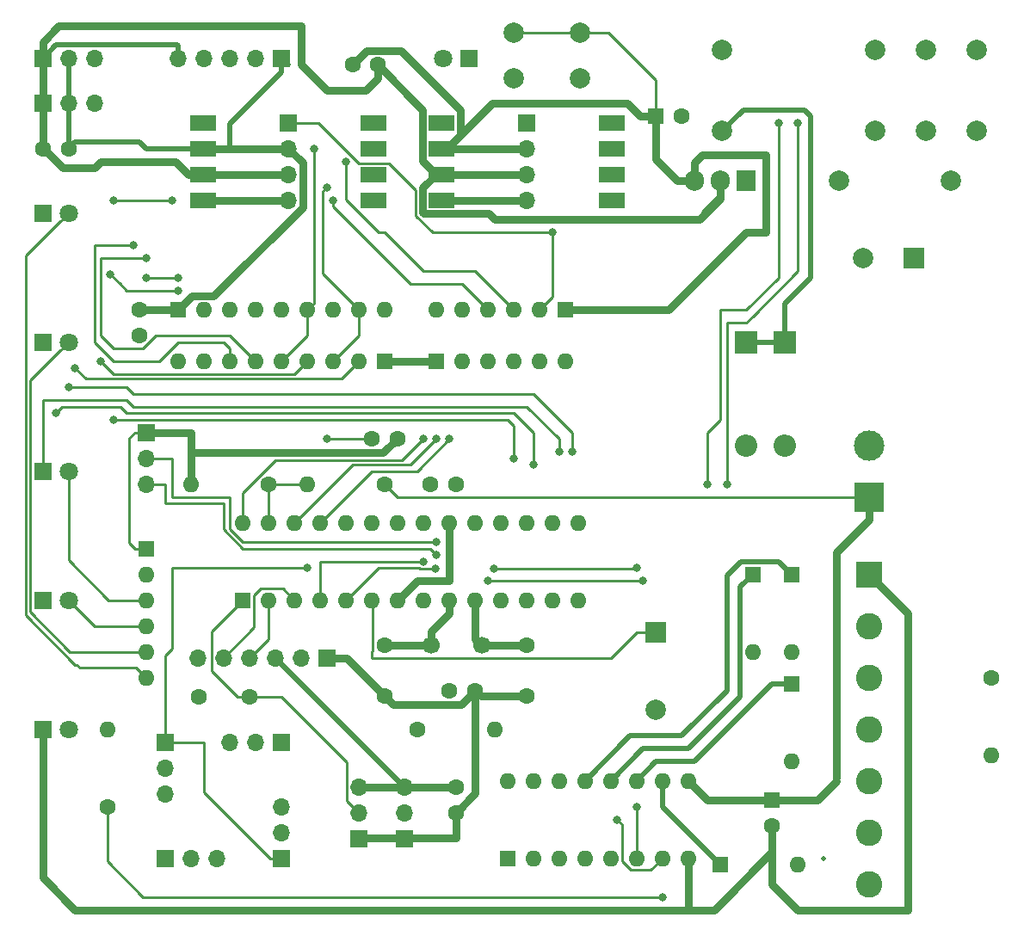
<source format=gbr>
G04 #@! TF.GenerationSoftware,KiCad,Pcbnew,(5.1.9)-1*
G04 #@! TF.CreationDate,2021-04-09T18:55:09-07:00*
G04 #@! TF.ProjectId,DSAMKVID,4453414d-4b56-4494-942e-6b696361645f,rev?*
G04 #@! TF.SameCoordinates,Original*
G04 #@! TF.FileFunction,Copper,L1,Top*
G04 #@! TF.FilePolarity,Positive*
%FSLAX46Y46*%
G04 Gerber Fmt 4.6, Leading zero omitted, Abs format (unit mm)*
G04 Created by KiCad (PCBNEW (5.1.9)-1) date 2021-04-09 18:55:09*
%MOMM*%
%LPD*%
G01*
G04 APERTURE LIST*
G04 #@! TA.AperFunction,ComponentPad*
%ADD10C,2.600000*%
G04 #@! TD*
G04 #@! TA.AperFunction,ComponentPad*
%ADD11R,2.600000X2.600000*%
G04 #@! TD*
G04 #@! TA.AperFunction,ComponentPad*
%ADD12O,1.600000X1.600000*%
G04 #@! TD*
G04 #@! TA.AperFunction,ComponentPad*
%ADD13R,1.600000X1.600000*%
G04 #@! TD*
G04 #@! TA.AperFunction,ComponentPad*
%ADD14C,1.600000*%
G04 #@! TD*
G04 #@! TA.AperFunction,ComponentPad*
%ADD15C,3.000000*%
G04 #@! TD*
G04 #@! TA.AperFunction,ComponentPad*
%ADD16R,3.000000X3.000000*%
G04 #@! TD*
G04 #@! TA.AperFunction,ComponentPad*
%ADD17C,1.800000*%
G04 #@! TD*
G04 #@! TA.AperFunction,ComponentPad*
%ADD18R,1.800000X1.800000*%
G04 #@! TD*
G04 #@! TA.AperFunction,ComponentPad*
%ADD19R,1.700000X1.700000*%
G04 #@! TD*
G04 #@! TA.AperFunction,ComponentPad*
%ADD20O,1.700000X1.700000*%
G04 #@! TD*
G04 #@! TA.AperFunction,SMDPad,CuDef*
%ADD21R,2.540000X1.520000*%
G04 #@! TD*
G04 #@! TA.AperFunction,ComponentPad*
%ADD22C,2.000000*%
G04 #@! TD*
G04 #@! TA.AperFunction,ComponentPad*
%ADD23R,2.000000X2.000000*%
G04 #@! TD*
G04 #@! TA.AperFunction,ComponentPad*
%ADD24C,1.700000*%
G04 #@! TD*
G04 #@! TA.AperFunction,ComponentPad*
%ADD25R,2.200000X2.200000*%
G04 #@! TD*
G04 #@! TA.AperFunction,ComponentPad*
%ADD26O,2.200000X2.200000*%
G04 #@! TD*
G04 #@! TA.AperFunction,ComponentPad*
%ADD27R,1.905000X2.000000*%
G04 #@! TD*
G04 #@! TA.AperFunction,ComponentPad*
%ADD28O,1.905000X2.000000*%
G04 #@! TD*
G04 #@! TA.AperFunction,ViaPad*
%ADD29C,0.800000*%
G04 #@! TD*
G04 #@! TA.AperFunction,Conductor*
%ADD30C,0.508000*%
G04 #@! TD*
G04 #@! TA.AperFunction,Conductor*
%ADD31C,0.762000*%
G04 #@! TD*
G04 #@! TA.AperFunction,Conductor*
%ADD32C,0.254000*%
G04 #@! TD*
G04 #@! TA.AperFunction,Conductor*
%ADD33C,0.250000*%
G04 #@! TD*
G04 APERTURE END LIST*
D10*
X181610000Y-137795000D03*
X181610000Y-132715000D03*
X181610000Y-127635000D03*
X181610000Y-122555000D03*
X181610000Y-117475000D03*
X181610000Y-112395000D03*
D11*
X181610000Y-107315000D03*
D12*
X139065000Y-81280000D03*
X141605000Y-81280000D03*
X144145000Y-81280000D03*
X146685000Y-81280000D03*
X149225000Y-81280000D03*
D13*
X151765000Y-81280000D03*
D12*
X151765000Y-86360000D03*
X149225000Y-86360000D03*
X146685000Y-86360000D03*
X144145000Y-86360000D03*
X141605000Y-86360000D03*
D13*
X139065000Y-86360000D03*
D14*
X115650000Y-119380000D03*
X120650000Y-119380000D03*
X109855000Y-83780000D03*
X109855000Y-81280000D03*
X135215000Y-93980000D03*
X132715000Y-93980000D03*
X100370000Y-65405000D03*
X102870000Y-65405000D03*
X133310000Y-57150000D03*
X130810000Y-57150000D03*
X142835000Y-118745000D03*
X140335000Y-118745000D03*
X140970000Y-130770000D03*
X140970000Y-128270000D03*
X138470000Y-98425000D03*
X140970000Y-98425000D03*
D15*
X181610000Y-94615000D03*
D16*
X181610000Y-99695000D03*
D13*
X120015000Y-109855000D03*
D12*
X153035000Y-102235000D03*
X122555000Y-109855000D03*
X150495000Y-102235000D03*
X125095000Y-109855000D03*
X147955000Y-102235000D03*
X127635000Y-109855000D03*
X145415000Y-102235000D03*
X130175000Y-109855000D03*
X142875000Y-102235000D03*
X132715000Y-109855000D03*
X140335000Y-102235000D03*
X135255000Y-109855000D03*
X137795000Y-102235000D03*
X137795000Y-109855000D03*
X135255000Y-102235000D03*
X140335000Y-109855000D03*
X132715000Y-102235000D03*
X142875000Y-109855000D03*
X130175000Y-102235000D03*
X145415000Y-109855000D03*
X127635000Y-102235000D03*
X147955000Y-109855000D03*
X125095000Y-102235000D03*
X150495000Y-109855000D03*
X122555000Y-102235000D03*
X153035000Y-109855000D03*
X120015000Y-102235000D03*
D17*
X102870000Y-84455000D03*
D18*
X100330000Y-84455000D03*
D19*
X110490000Y-93345000D03*
D20*
X110490000Y-95885000D03*
X110490000Y-98425000D03*
D12*
X144780000Y-122555000D03*
D14*
X137160000Y-122555000D03*
D20*
X147955000Y-70485000D03*
X147955000Y-67945000D03*
X147955000Y-65405000D03*
D19*
X147955000Y-62865000D03*
D20*
X124460000Y-70485000D03*
X124460000Y-67945000D03*
X124460000Y-65405000D03*
D19*
X124460000Y-62865000D03*
D13*
X110490000Y-104775000D03*
D12*
X110490000Y-107315000D03*
X110490000Y-109855000D03*
X110490000Y-112395000D03*
X110490000Y-114935000D03*
X110490000Y-117475000D03*
D21*
X116080000Y-70485000D03*
X132840000Y-70485000D03*
X116080000Y-67945000D03*
X132840000Y-67945000D03*
X116080000Y-65405000D03*
X132840000Y-65405000D03*
X116080000Y-62865000D03*
X132840000Y-62865000D03*
D12*
X193675000Y-125095000D03*
D14*
X193675000Y-117475000D03*
D12*
X113665000Y-86360000D03*
X116205000Y-86360000D03*
X118745000Y-86360000D03*
X121285000Y-86360000D03*
X123825000Y-86360000D03*
X126365000Y-86360000D03*
X128905000Y-86360000D03*
X131445000Y-86360000D03*
D13*
X133985000Y-86360000D03*
D22*
X160655000Y-120630000D03*
D23*
X160655000Y-113030000D03*
D12*
X126365000Y-98425000D03*
D14*
X133985000Y-98425000D03*
D12*
X133985000Y-81280000D03*
X131445000Y-81280000D03*
X128905000Y-81280000D03*
X126365000Y-81280000D03*
X123825000Y-81280000D03*
X121285000Y-81280000D03*
X118745000Y-81280000D03*
X116205000Y-81280000D03*
D13*
X113665000Y-81280000D03*
D12*
X170180000Y-114935000D03*
D13*
X170180000Y-107315000D03*
D12*
X173990000Y-114935000D03*
D13*
X173990000Y-107315000D03*
D20*
X123825000Y-130175000D03*
X123825000Y-132715000D03*
D19*
X123825000Y-135255000D03*
D20*
X117475000Y-135255000D03*
X114935000Y-135255000D03*
D19*
X112395000Y-135255000D03*
D20*
X112395000Y-128905000D03*
X112395000Y-126365000D03*
D19*
X112395000Y-123825000D03*
D20*
X118745000Y-123825000D03*
X121285000Y-123825000D03*
D19*
X123825000Y-123825000D03*
D20*
X135890000Y-128270000D03*
X135890000Y-130810000D03*
D19*
X135890000Y-133350000D03*
D20*
X131445000Y-128270000D03*
X131445000Y-130810000D03*
D19*
X131445000Y-133350000D03*
D20*
X105410000Y-60960000D03*
X102870000Y-60960000D03*
D19*
X100330000Y-60960000D03*
D20*
X105410000Y-56515000D03*
X102870000Y-56515000D03*
D19*
X100330000Y-56515000D03*
D24*
X143510000Y-114300000D03*
X138510000Y-114300000D03*
D13*
X146050000Y-135255000D03*
D12*
X163830000Y-127635000D03*
X148590000Y-135255000D03*
X161290000Y-127635000D03*
X151130000Y-135255000D03*
X158750000Y-127635000D03*
X153670000Y-135255000D03*
X156210000Y-127635000D03*
X156210000Y-135255000D03*
X153670000Y-127635000D03*
X158750000Y-135255000D03*
X151130000Y-127635000D03*
X161290000Y-135255000D03*
X148590000Y-127635000D03*
X163830000Y-135255000D03*
X146050000Y-127635000D03*
D21*
X139575000Y-70485000D03*
X156335000Y-70485000D03*
X139575000Y-67945000D03*
X156335000Y-67945000D03*
X139575000Y-65405000D03*
X156335000Y-65405000D03*
X139575000Y-62865000D03*
X156335000Y-62865000D03*
D13*
X172085000Y-129540000D03*
D14*
X172085000Y-132040000D03*
D22*
X153185000Y-53975000D03*
X153185000Y-58475000D03*
X146685000Y-53975000D03*
X146685000Y-58475000D03*
D14*
X147955000Y-119300000D03*
X147955000Y-114300000D03*
X133985000Y-114300000D03*
X133985000Y-119300000D03*
D23*
X186055000Y-76200000D03*
D22*
X181055000Y-76200000D03*
D14*
X163155000Y-62230000D03*
D13*
X160655000Y-62230000D03*
D18*
X100330000Y-71755000D03*
D17*
X102870000Y-71755000D03*
X102870000Y-97155000D03*
D18*
X100330000Y-97155000D03*
X100330000Y-109855000D03*
D17*
X102870000Y-109855000D03*
D18*
X100330000Y-122555000D03*
D17*
X102870000Y-122555000D03*
D25*
X169545000Y-84455000D03*
D26*
X169545000Y-94615000D03*
X173355000Y-94615000D03*
D25*
X173355000Y-84455000D03*
D12*
X174625000Y-135890000D03*
D13*
X167005000Y-135890000D03*
X173990000Y-118110000D03*
D12*
X173990000Y-125730000D03*
D19*
X123825000Y-56515000D03*
D20*
X121285000Y-56515000D03*
X118745000Y-56515000D03*
X116205000Y-56515000D03*
X113665000Y-56515000D03*
D22*
X167205000Y-55690000D03*
X167205000Y-63690000D03*
X182205000Y-55690000D03*
X182205000Y-63690000D03*
X187205000Y-55690000D03*
X187205000Y-63690000D03*
X192205000Y-55690000D03*
X192205000Y-63690000D03*
D14*
X122555000Y-98425000D03*
D12*
X114935000Y-98425000D03*
X106680000Y-122555000D03*
D14*
X106680000Y-130175000D03*
D27*
X169545000Y-68580000D03*
D28*
X167005000Y-68580000D03*
X164465000Y-68580000D03*
D19*
X128270000Y-115570000D03*
D20*
X125730000Y-115570000D03*
X123190000Y-115570000D03*
X120650000Y-115570000D03*
X118110000Y-115570000D03*
X115570000Y-115570000D03*
D18*
X142240000Y-56515000D03*
D17*
X139700000Y-56515000D03*
D22*
X189650000Y-68580000D03*
X178650000Y-68580000D03*
D29*
X128270000Y-93980000D03*
X101600000Y-91440000D03*
X148590000Y-96520000D03*
X151130000Y-95250000D03*
X102870000Y-88900000D03*
X102870000Y-88900000D03*
X152400000Y-95250000D03*
X161290000Y-139065000D03*
X127000000Y-65405000D03*
X126365000Y-106680000D03*
X174625000Y-62865000D03*
X167640000Y-98425000D03*
X109220000Y-74930000D03*
X137795000Y-106045000D03*
X144145000Y-107950000D03*
X159385000Y-107950000D03*
X172720000Y-62865000D03*
X165735000Y-98425000D03*
X110490000Y-76200000D03*
X138972999Y-106772001D03*
X144687999Y-106772001D03*
X158750000Y-106680000D03*
X139065000Y-104140000D03*
X158750000Y-130175000D03*
X139065000Y-105410000D03*
X156845000Y-131445000D03*
X107315000Y-92075000D03*
X146685000Y-95885000D03*
X107315000Y-70485000D03*
X113030000Y-70485000D03*
X130175000Y-66675000D03*
X139065000Y-93980000D03*
X128905000Y-70485000D03*
X150495000Y-73660000D03*
X140335000Y-93980000D03*
X103505000Y-86995000D03*
X128270000Y-69215000D03*
X113665000Y-78105000D03*
X110490000Y-78105000D03*
X137795000Y-93980000D03*
X112395000Y-126365000D03*
X106997500Y-77787500D03*
X113665000Y-79375000D03*
X106045000Y-86360000D03*
D30*
X167005000Y-70088000D02*
X165393999Y-71699001D01*
X167005000Y-68580000D02*
X167005000Y-70088000D01*
D31*
X139575000Y-67945000D02*
X140110802Y-67945000D01*
D30*
X113563080Y-55210999D02*
X101634001Y-55210999D01*
X101634001Y-55210999D02*
X100330000Y-56515000D01*
X113665000Y-55312919D02*
X113563080Y-55210999D01*
X113665000Y-56515000D02*
X113665000Y-55312919D01*
D32*
X109436000Y-104775000D02*
X110490000Y-104775000D01*
X109386000Y-93345000D02*
X108862990Y-93868010D01*
X108862990Y-104201990D02*
X109436000Y-104775000D01*
X108862990Y-93868010D02*
X108862990Y-104201990D01*
X110490000Y-93345000D02*
X109386000Y-93345000D01*
D31*
X137723999Y-66629801D02*
X139039198Y-67945000D01*
X137723999Y-61603999D02*
X137723999Y-66629801D01*
X133270000Y-57150000D02*
X137723999Y-61603999D01*
X133270000Y-58500000D02*
X133270000Y-57150000D01*
X128270000Y-59690000D02*
X132080000Y-59690000D01*
X100330000Y-56515000D02*
X100330000Y-54903000D01*
X101893000Y-53340000D02*
X125730000Y-53340000D01*
X132080000Y-59690000D02*
X133270000Y-58500000D01*
X100330000Y-54903000D02*
X101893000Y-53340000D01*
X125730000Y-53340000D02*
X125730000Y-57150000D01*
X125730000Y-57150000D02*
X128270000Y-59690000D01*
X139039198Y-67945000D02*
X139575000Y-67945000D01*
X139575000Y-67945000D02*
X147955000Y-67945000D01*
X116080000Y-67945000D02*
X124460000Y-67945000D01*
X172085000Y-134620000D02*
X172085000Y-132040000D01*
X166370000Y-140335000D02*
X172085000Y-134620000D01*
X163830000Y-135255000D02*
X163830000Y-140335000D01*
X163830000Y-140335000D02*
X166370000Y-140335000D01*
X110490000Y-140335000D02*
X163830000Y-140335000D01*
X103505000Y-140335000D02*
X110490000Y-140335000D01*
X100330000Y-137160000D02*
X103505000Y-140335000D01*
X100330000Y-122555000D02*
X100330000Y-137160000D01*
X143430000Y-119300000D02*
X142875000Y-118745000D01*
X147955000Y-119300000D02*
X143430000Y-119300000D01*
X134811001Y-120126001D02*
X133985000Y-119300000D01*
X141493999Y-120126001D02*
X134811001Y-120126001D01*
X142875000Y-118745000D02*
X141493999Y-120126001D01*
X130255000Y-115570000D02*
X133985000Y-119300000D01*
X128270000Y-115570000D02*
X130255000Y-115570000D01*
X131525000Y-133270000D02*
X131445000Y-133350000D01*
X140970000Y-133270000D02*
X131525000Y-133270000D01*
X144780000Y-72390000D02*
X164957000Y-72390000D01*
X144216001Y-71826001D02*
X144780000Y-72390000D01*
X137840199Y-71826001D02*
X144216001Y-71826001D01*
X164957000Y-72390000D02*
X167005000Y-70342000D01*
X137723999Y-71709801D02*
X137840199Y-71826001D01*
X137723999Y-69260199D02*
X137723999Y-71709801D01*
X167005000Y-70342000D02*
X167005000Y-68580000D01*
X139039198Y-67945000D02*
X137723999Y-69260199D01*
X133985000Y-86360000D02*
X139065000Y-86360000D01*
X110490000Y-93345000D02*
X114935000Y-93345000D01*
X114935000Y-95250000D02*
X114935000Y-98425000D01*
X114935000Y-93345000D02*
X114935000Y-95250000D01*
X140970000Y-133270000D02*
X140970000Y-130770000D01*
X142875000Y-128865000D02*
X140970000Y-130770000D01*
X142875000Y-118745000D02*
X142875000Y-128865000D01*
X100330000Y-65325000D02*
X100330000Y-56515000D01*
X102315000Y-67310000D02*
X100330000Y-65325000D01*
X105410000Y-67310000D02*
X102315000Y-67310000D01*
X113413000Y-66675000D02*
X106045000Y-66675000D01*
X114683000Y-67945000D02*
X113413000Y-66675000D01*
X106045000Y-66675000D02*
X105410000Y-67310000D01*
X116715000Y-67945000D02*
X114683000Y-67945000D01*
X133833999Y-95361001D02*
X135215000Y-93980000D01*
X115046001Y-95361001D02*
X133833999Y-95361001D01*
X114935000Y-95250000D02*
X115046001Y-95361001D01*
X185420000Y-111125000D02*
X181610000Y-107315000D01*
X185420000Y-140335000D02*
X185420000Y-111125000D01*
X174625000Y-140335000D02*
X185420000Y-140335000D01*
X172085000Y-137795000D02*
X174625000Y-140335000D01*
X172085000Y-132040000D02*
X172085000Y-137795000D01*
X142875000Y-113665000D02*
X143510000Y-114300000D01*
X142875000Y-109855000D02*
X142875000Y-113665000D01*
X147955000Y-114300000D02*
X143510000Y-114300000D01*
X133985000Y-114300000D02*
X138510000Y-114300000D01*
X138510000Y-114300000D02*
X138510000Y-112950000D01*
X138510000Y-112950000D02*
X140335000Y-111125000D01*
X140335000Y-111125000D02*
X140335000Y-109855000D01*
X181610000Y-101957000D02*
X178435000Y-105132000D01*
X181610000Y-99695000D02*
X181610000Y-101957000D01*
X178435000Y-105132000D02*
X178435000Y-127292000D01*
D30*
X178435000Y-127292000D02*
X178435000Y-127635000D01*
D31*
X176530000Y-129540000D02*
X172085000Y-129540000D01*
X178435000Y-127635000D02*
X176530000Y-129540000D01*
X165735000Y-129540000D02*
X163830000Y-127635000D01*
X172085000Y-129540000D02*
X165735000Y-129540000D01*
D32*
X135255000Y-99695000D02*
X133985000Y-98425000D01*
X181610000Y-99695000D02*
X135255000Y-99695000D01*
D30*
X102870000Y-62865000D02*
X102870000Y-56515000D01*
D31*
X164465000Y-68580000D02*
X164465000Y-68532500D01*
X160655000Y-63792000D02*
X160655000Y-62230000D01*
X160655000Y-66484500D02*
X160655000Y-63792000D01*
X162750500Y-68580000D02*
X160655000Y-66484500D01*
X164465000Y-68580000D02*
X162750500Y-68580000D01*
D33*
X160655000Y-61180000D02*
X160655000Y-62230000D01*
X160655000Y-58659998D02*
X160655000Y-61180000D01*
D30*
X124460000Y-57150000D02*
X123825000Y-56515000D01*
X123825000Y-57873000D02*
X118745000Y-62953000D01*
X123825000Y-56515000D02*
X123825000Y-57873000D01*
X118745000Y-62953000D02*
X118745000Y-65405000D01*
X118745000Y-65405000D02*
X118110000Y-65405000D01*
X116715000Y-65405000D02*
X118110000Y-65405000D01*
X118110000Y-65405000D02*
X118493000Y-65405000D01*
D31*
X141426001Y-64063999D02*
X141426001Y-61640199D01*
X140085000Y-65405000D02*
X141426001Y-64063999D01*
X141426001Y-61640199D02*
X135554801Y-55768999D01*
X139575000Y-65405000D02*
X140085000Y-65405000D01*
D32*
X146685000Y-53975000D02*
X153185000Y-53975000D01*
X155970002Y-53975000D02*
X160655000Y-58659998D01*
X153185000Y-53975000D02*
X155970002Y-53975000D01*
D31*
X139575000Y-65405000D02*
X147955000Y-65405000D01*
X116080000Y-65405000D02*
X124460000Y-65405000D01*
X140335000Y-102235000D02*
X140335000Y-104775000D01*
X131445000Y-128270000D02*
X140970000Y-128270000D01*
X115046001Y-79898999D02*
X113665000Y-81280000D01*
X117163883Y-79898999D02*
X115046001Y-79898999D01*
X125891001Y-71171881D02*
X117163883Y-79898999D01*
X125891001Y-66836001D02*
X125891001Y-71171881D01*
X124460000Y-65405000D02*
X125891001Y-66836001D01*
X171450000Y-73660000D02*
X169545000Y-73660000D01*
X171450000Y-66040000D02*
X171450000Y-73660000D01*
X164465000Y-66818000D02*
X165243000Y-66040000D01*
X165243000Y-66040000D02*
X171450000Y-66040000D01*
X164465000Y-68580000D02*
X164465000Y-66818000D01*
X143966001Y-61523999D02*
X140085000Y-65405000D01*
X144530000Y-60960000D02*
X143966001Y-61523999D01*
X157823000Y-60960000D02*
X144530000Y-60960000D01*
X159093000Y-62230000D02*
X157823000Y-60960000D01*
X160655000Y-62230000D02*
X159093000Y-62230000D01*
X110490000Y-81280000D02*
X113665000Y-81280000D01*
X135255000Y-109855000D02*
X137160000Y-107950000D01*
X137160000Y-107950000D02*
X140335000Y-107950000D01*
X140335000Y-107950000D02*
X140335000Y-104775000D01*
D30*
X123190000Y-115570000D02*
X135890000Y-128270000D01*
D31*
X132191001Y-55768999D02*
X130810000Y-57150000D01*
X135554801Y-55768999D02*
X132191001Y-55768999D01*
D30*
X103505000Y-64770000D02*
X102870000Y-65405000D01*
X109855000Y-64770000D02*
X103505000Y-64770000D01*
X110490000Y-65405000D02*
X109855000Y-64770000D01*
X116080000Y-65405000D02*
X110490000Y-65405000D01*
X102870000Y-62865000D02*
X102870000Y-65405000D01*
D31*
X161925000Y-81280000D02*
X169545000Y-73660000D01*
X151765000Y-81280000D02*
X161925000Y-81280000D01*
D32*
X128270000Y-93980000D02*
X132715000Y-93980000D01*
X122555000Y-98425000D02*
X126365000Y-98425000D01*
X122555000Y-98425000D02*
X122555000Y-102235000D01*
D33*
X101970001Y-72654999D02*
X102870000Y-71755000D01*
X98654989Y-111201401D02*
X98654989Y-75970011D01*
X98654989Y-75970011D02*
X101970001Y-72654999D01*
D32*
X109527011Y-116512011D02*
X110490000Y-117475000D01*
X103962771Y-116512011D02*
X109527011Y-116512011D01*
X103655760Y-116205000D02*
X103962771Y-116512011D01*
X103505000Y-116205000D02*
X103655760Y-116205000D01*
X98654989Y-111354989D02*
X103505000Y-116205000D01*
X98654989Y-111201401D02*
X98654989Y-111354989D01*
D33*
X101970001Y-85354999D02*
X102870000Y-84455000D01*
X99104999Y-88220001D02*
X101970001Y-85354999D01*
X99104999Y-111015001D02*
X99104999Y-88220001D01*
D32*
X103021398Y-114935000D02*
X99106999Y-111020601D01*
X110490000Y-114935000D02*
X103021398Y-114935000D01*
D33*
X102235000Y-90805000D02*
X107950000Y-90805000D01*
X107950000Y-90805000D02*
X108585000Y-91440000D01*
X108585000Y-91440000D02*
X146685000Y-91440000D01*
X101600000Y-91440000D02*
X102235000Y-90805000D01*
X146685000Y-91440000D02*
X148590000Y-93345000D01*
D32*
X148590000Y-93345000D02*
X148590000Y-96520000D01*
X148590000Y-96520000D02*
X148590000Y-96520000D01*
D33*
X102870000Y-98427792D02*
X102870000Y-97155000D01*
X102870000Y-105906370D02*
X102870000Y-98427792D01*
D32*
X106818630Y-109855000D02*
X102870000Y-105906370D01*
X110490000Y-109855000D02*
X106818630Y-109855000D01*
D33*
X100330000Y-90170000D02*
X108585000Y-90170000D01*
X100330000Y-97155000D02*
X100330000Y-90170000D01*
X108585000Y-90170000D02*
X109220000Y-90805000D01*
X109220000Y-90805000D02*
X147955000Y-90805000D01*
X151130000Y-95250000D02*
X151130000Y-95250000D01*
D32*
X151130000Y-95250000D02*
X151130000Y-93980000D01*
X151130000Y-93980000D02*
X147955000Y-90805000D01*
X105410000Y-112395000D02*
X102870000Y-109855000D01*
X110490000Y-112395000D02*
X105410000Y-112395000D01*
X102870000Y-88900000D02*
X108585000Y-88900000D01*
X108585000Y-88900000D02*
X109220000Y-89535000D01*
X109220000Y-89535000D02*
X148590000Y-89535000D01*
X152400000Y-93345000D02*
X152400000Y-95250000D01*
X148590000Y-89535000D02*
X152400000Y-93345000D01*
X106680000Y-135523724D02*
X106680000Y-130175000D01*
X110221276Y-139065000D02*
X106680000Y-135523724D01*
X161290000Y-139065000D02*
X110221276Y-139065000D01*
D30*
X169545000Y-84455000D02*
X173355000Y-84455000D01*
X175895000Y-74295000D02*
X175895000Y-62230000D01*
X175895000Y-62230000D02*
X175260000Y-61595000D01*
X169300000Y-61595000D02*
X167205000Y-63690000D01*
X175260000Y-61595000D02*
X169300000Y-61595000D01*
X173355000Y-84455000D02*
X173355000Y-80645000D01*
X175895000Y-78105000D02*
X175895000Y-74295000D01*
X173355000Y-80645000D02*
X175895000Y-78105000D01*
X161290000Y-130175000D02*
X167005000Y-135890000D01*
X161290000Y-127635000D02*
X161290000Y-130175000D01*
X172085000Y-118110000D02*
X173990000Y-118110000D01*
X164465000Y-125730000D02*
X172085000Y-118110000D01*
X160655000Y-125730000D02*
X164465000Y-125730000D01*
X158750000Y-127635000D02*
X160655000Y-125730000D01*
D32*
X112395000Y-123825000D02*
X116205000Y-123825000D01*
X122721000Y-135255000D02*
X123825000Y-135255000D01*
X116205000Y-128739000D02*
X122721000Y-135255000D01*
X116205000Y-123825000D02*
X116205000Y-128739000D01*
X127000000Y-80645000D02*
X126365000Y-81280000D01*
X127000000Y-65405000D02*
X127000000Y-80645000D01*
X126365000Y-83820000D02*
X123825000Y-86360000D01*
X126365000Y-81280000D02*
X126365000Y-83820000D01*
X112395000Y-115286398D02*
X113030000Y-114651398D01*
X112395000Y-123825000D02*
X112395000Y-115286398D01*
X113030000Y-114651398D02*
X113030000Y-106680000D01*
X113030000Y-106680000D02*
X126365000Y-106680000D01*
X122555000Y-113665000D02*
X120650000Y-115570000D01*
X122555000Y-109855000D02*
X122555000Y-113665000D01*
D30*
X177165000Y-135255000D02*
X177165000Y-135255000D01*
D32*
X121142001Y-112537999D02*
X118110000Y-115570000D01*
X121142001Y-109362999D02*
X121142001Y-112537999D01*
X121777001Y-108727999D02*
X121142001Y-109362999D01*
X123967999Y-108727999D02*
X121777001Y-108727999D01*
X125095000Y-109855000D02*
X123967999Y-108727999D01*
D33*
X174625000Y-73025000D02*
X174625000Y-62865000D01*
D32*
X174625000Y-73025000D02*
X174625000Y-77470000D01*
X174625000Y-77470000D02*
X170180000Y-81915000D01*
X170180000Y-81915000D02*
X169545000Y-82550000D01*
X169545000Y-82550000D02*
X168661398Y-82550000D01*
X168661398Y-82550000D02*
X167640000Y-82550000D01*
X167640000Y-82550000D02*
X167640000Y-98425000D01*
X167640000Y-98425000D02*
X167640000Y-98425000D01*
X118745000Y-86360000D02*
X118745000Y-85090000D01*
X118745000Y-85090000D02*
X118110000Y-84455000D01*
X105410000Y-84455000D02*
X105410000Y-74930000D01*
X105410000Y-74930000D02*
X109220000Y-74930000D01*
X127635000Y-109855000D02*
X127635000Y-106045000D01*
X128905000Y-106045000D02*
X136525000Y-106045000D01*
X127635000Y-106045000D02*
X128905000Y-106045000D01*
X136525000Y-106045000D02*
X137795000Y-106045000D01*
X137795000Y-106045000D02*
X137795000Y-106045000D01*
X144145000Y-107950000D02*
X159385000Y-107950000D01*
X118110000Y-84455000D02*
X113665000Y-84455000D01*
X113665000Y-84455000D02*
X111760000Y-86360000D01*
X111760000Y-86360000D02*
X107315000Y-86360000D01*
X107315000Y-86360000D02*
X105410000Y-84455000D01*
D33*
X172720000Y-73025000D02*
X172720000Y-62865000D01*
D32*
X172720000Y-73025000D02*
X172720000Y-77470000D01*
X172720000Y-77470000D02*
X172720000Y-78105000D01*
X172720000Y-78105000D02*
X169545000Y-81280000D01*
X169545000Y-81280000D02*
X167005000Y-81280000D01*
X167005000Y-81280000D02*
X167005000Y-92075000D01*
X167005000Y-92075000D02*
X165735000Y-93345000D01*
X165735000Y-93345000D02*
X165735000Y-98425000D01*
X165735000Y-98425000D02*
X165735000Y-98425000D01*
X121285000Y-86360000D02*
X118745000Y-83820000D01*
X106045000Y-83820000D02*
X106045000Y-76200000D01*
X106045000Y-76200000D02*
X110490000Y-76200000D01*
X130175000Y-109855000D02*
X133350000Y-106680000D01*
X133350000Y-106680000D02*
X136525000Y-106680000D01*
X137446039Y-106772001D02*
X138972999Y-106772001D01*
X137354038Y-106680000D02*
X137446039Y-106772001D01*
X136525000Y-106680000D02*
X137354038Y-106680000D01*
X138972999Y-106772001D02*
X138972999Y-106772001D01*
X158657999Y-106772001D02*
X158750000Y-106680000D01*
X144687999Y-106772001D02*
X158657999Y-106772001D01*
X110212962Y-85090000D02*
X107315000Y-85090000D01*
X111482962Y-83820000D02*
X110212962Y-85090000D01*
X118745000Y-83820000D02*
X111482962Y-83820000D01*
X107315000Y-85090000D02*
X106045000Y-83820000D01*
X128905000Y-104140000D02*
X120015000Y-104140000D01*
X120015000Y-104140000D02*
X120015000Y-104140000D01*
X110490000Y-95885000D02*
X113030000Y-95885000D01*
X113030000Y-95885000D02*
X113030000Y-99695000D01*
X113030000Y-99695000D02*
X113665000Y-99695000D01*
X120015000Y-104140000D02*
X118745000Y-102870000D01*
X118745000Y-102870000D02*
X118745000Y-99695000D01*
X118745000Y-99695000D02*
X113665000Y-99695000D01*
X128905000Y-104140000D02*
X138430000Y-104140000D01*
X138430000Y-104140000D02*
X138430000Y-104140000D01*
X138430000Y-104140000D02*
X139065000Y-104140000D01*
X139065000Y-104140000D02*
X139065000Y-104140000D01*
X158750000Y-130175000D02*
X158750000Y-135255000D01*
X110490000Y-98425000D02*
X112395000Y-98425000D01*
X112395000Y-98425000D02*
X112395000Y-100330000D01*
X112395000Y-100330000D02*
X118110000Y-100330000D01*
X118110000Y-102877066D02*
X120007934Y-104775000D01*
X118110000Y-100330000D02*
X118110000Y-102877066D01*
X120007934Y-104775000D02*
X128270000Y-104775000D01*
X128270000Y-104775000D02*
X137160000Y-104775000D01*
X137160000Y-104775000D02*
X138430000Y-104775000D01*
X138430000Y-104775000D02*
X139065000Y-105410000D01*
X139065000Y-105410000D02*
X139065000Y-105410000D01*
X160162999Y-136382001D02*
X161290000Y-135255000D01*
X158209039Y-136382001D02*
X160162999Y-136382001D01*
X157337001Y-135509963D02*
X158209039Y-136382001D01*
X157337001Y-131937001D02*
X157337001Y-135509963D01*
X156845000Y-131445000D02*
X157337001Y-131937001D01*
D33*
X107315000Y-92075000D02*
X140196370Y-92075000D01*
D32*
X140196370Y-92075000D02*
X146050000Y-92075000D01*
X146050000Y-92075000D02*
X146685000Y-92710000D01*
X146685000Y-92710000D02*
X146685000Y-95885000D01*
X146685000Y-95885000D02*
X146685000Y-95885000D01*
X107315000Y-70485000D02*
X113030000Y-70485000D01*
X120650000Y-119380000D02*
X123825000Y-119380000D01*
X130267999Y-129632999D02*
X131445000Y-130810000D01*
X130267999Y-125822999D02*
X130267999Y-129632999D01*
X123825000Y-119380000D02*
X130267999Y-125822999D01*
X116932999Y-112937001D02*
X120015000Y-109855000D01*
X116932999Y-116794369D02*
X116932999Y-112937001D01*
X119518630Y-119380000D02*
X116932999Y-116794369D01*
X120650000Y-119380000D02*
X119518630Y-119380000D01*
D30*
X153670000Y-127635000D02*
X158115000Y-123190000D01*
X158115000Y-123190000D02*
X163195000Y-123190000D01*
X163195000Y-123190000D02*
X167640000Y-118745000D01*
X169016799Y-106060999D02*
X172735999Y-106060999D01*
X172735999Y-106060999D02*
X173990000Y-107315000D01*
X167640000Y-107437798D02*
X169016799Y-106060999D01*
X167640000Y-118745000D02*
X167640000Y-107437798D01*
X168925999Y-119364001D02*
X168925999Y-108569001D01*
X168925999Y-108569001D02*
X170180000Y-107315000D01*
X163830000Y-124460000D02*
X168925999Y-119364001D01*
X159385000Y-124460000D02*
X163830000Y-124460000D01*
X156210000Y-127635000D02*
X159385000Y-124460000D01*
D32*
X130175000Y-70438602D02*
X133396398Y-73660000D01*
X130175000Y-66675000D02*
X130175000Y-70438602D01*
X133396398Y-73660000D02*
X133985000Y-73660000D01*
X146685000Y-81280000D02*
X142875000Y-77470000D01*
X142875000Y-77470000D02*
X137795000Y-77470000D01*
X137795000Y-77470000D02*
X133985000Y-73660000D01*
D31*
X116080000Y-70485000D02*
X124460000Y-70485000D01*
D32*
X125095000Y-102235000D02*
X130806979Y-96523021D01*
X130806979Y-96523021D02*
X136521979Y-96523021D01*
X136521979Y-96523021D02*
X139065000Y-93980000D01*
X139065000Y-93980000D02*
X139065000Y-93980000D01*
X128905000Y-70485000D02*
X128905000Y-70485000D01*
X144145000Y-81280000D02*
X141605000Y-78740000D01*
X141605000Y-78740000D02*
X136525000Y-78740000D01*
X136525000Y-78740000D02*
X128905000Y-71120000D01*
X128905000Y-71120000D02*
X128905000Y-70485000D01*
D33*
X137017989Y-72002239D02*
X138675750Y-73660000D01*
X137017989Y-69507987D02*
X137017989Y-72002239D01*
X134370001Y-66859999D02*
X137017989Y-69507987D01*
X131433001Y-66859999D02*
X134370001Y-66859999D01*
X127438002Y-62865000D02*
X131433001Y-66859999D01*
X124460000Y-62865000D02*
X127438002Y-62865000D01*
X138675750Y-73660000D02*
X150495000Y-73660000D01*
X150495000Y-73660000D02*
X150495000Y-73660000D01*
D32*
X139700000Y-70610000D02*
X139575000Y-70485000D01*
D31*
X139575000Y-70485000D02*
X147955000Y-70485000D01*
D32*
X127635000Y-102235000D02*
X132715000Y-97155000D01*
X132715000Y-97155000D02*
X137160000Y-97155000D01*
X137160000Y-97155000D02*
X140335000Y-93980000D01*
X140335000Y-93980000D02*
X140335000Y-93980000D01*
X150495000Y-80010000D02*
X149225000Y-81280000D01*
X150495000Y-73660000D02*
X150495000Y-80010000D01*
X160655000Y-113030000D02*
X158750000Y-113030000D01*
X158750000Y-113030000D02*
X156210000Y-115570000D01*
X156210000Y-115570000D02*
X132715000Y-115570000D01*
X132715000Y-115570000D02*
X132715000Y-114935000D01*
X132807001Y-114842999D02*
X132715000Y-114935000D01*
X132807001Y-109947001D02*
X132807001Y-114842999D01*
X132715000Y-109855000D02*
X132807001Y-109947001D01*
X129720990Y-88084010D02*
X104594010Y-88084010D01*
X131445000Y-86360000D02*
X129720990Y-88084010D01*
X104594010Y-88084010D02*
X103505000Y-86995000D01*
X103505000Y-86995000D02*
X103505000Y-86995000D01*
X131445000Y-83820000D02*
X128905000Y-86360000D01*
X131445000Y-81280000D02*
X131445000Y-83820000D01*
X127870001Y-77705001D02*
X131445000Y-81280000D01*
X127870001Y-69614999D02*
X127870001Y-77705001D01*
X128270000Y-69215000D02*
X127870001Y-69614999D01*
X110490000Y-78105000D02*
X113665000Y-78105000D01*
X123243027Y-96069011D02*
X135705989Y-96069011D01*
X120015000Y-99297038D02*
X123243027Y-96069011D01*
X120015000Y-102235000D02*
X120015000Y-99297038D01*
X135705989Y-96069011D02*
X137795000Y-93980000D01*
X137795000Y-93980000D02*
X137795000Y-93980000D01*
X106997500Y-77787500D02*
X107950000Y-78740000D01*
X107950000Y-78740000D02*
X108585000Y-79375000D01*
X108585000Y-79375000D02*
X113665000Y-79375000D01*
X113665000Y-79375000D02*
X113665000Y-79375000D01*
X126365000Y-86360000D02*
X125095000Y-87630000D01*
X125095000Y-87630000D02*
X107315000Y-87630000D01*
X107315000Y-87630000D02*
X106045000Y-86360000D01*
M02*

</source>
